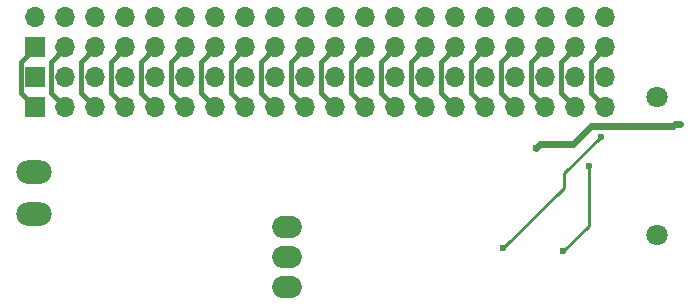
<source format=gbr>
G04 #@! TF.FileFunction,Copper,L2,Bot,Signal*
%FSLAX46Y46*%
G04 Gerber Fmt 4.6, Leading zero omitted, Abs format (unit mm)*
G04 Created by KiCad (PCBNEW 4.0.1-stable) date 2017-01-07 21:59:04*
%MOMM*%
G01*
G04 APERTURE LIST*
%ADD10C,0.100000*%
%ADD11O,2.500000X1.900000*%
%ADD12O,3.000000X2.000000*%
%ADD13R,1.700000X1.700000*%
%ADD14O,1.700000X1.700000*%
%ADD15C,1.800000*%
%ADD16C,0.600000*%
%ADD17C,0.609600*%
%ADD18C,0.406400*%
%ADD19C,0.250000*%
%ADD20C,0.254000*%
G04 APERTURE END LIST*
D10*
D11*
X-42792920Y34903640D03*
X-42792920Y37443640D03*
X-42792920Y39983640D03*
D12*
X-64213800Y41139400D03*
X-64213800Y44639400D03*
D13*
X-64130000Y50150000D03*
D14*
X-61590000Y50150000D03*
X-59050000Y50150000D03*
X-56510000Y50150000D03*
X-53970000Y50150000D03*
X-51430000Y50150000D03*
X-48890000Y50150000D03*
X-46350000Y50150000D03*
X-43810000Y50150000D03*
X-41270000Y50150000D03*
X-38730000Y50150000D03*
X-36190000Y50150000D03*
X-33650000Y50150000D03*
X-31110000Y50150000D03*
X-28570000Y50150000D03*
X-26030000Y50150000D03*
X-23490000Y50150000D03*
X-20950000Y50150000D03*
X-18410000Y50150000D03*
X-15870000Y50150000D03*
D13*
X-64130000Y55230000D03*
D14*
X-64130000Y57770000D03*
X-61590000Y55230000D03*
X-61590000Y57770000D03*
X-59050000Y55230000D03*
X-59050000Y57770000D03*
X-56510000Y55230000D03*
X-56510000Y57770000D03*
X-53970000Y55230000D03*
X-53970000Y57770000D03*
X-51430000Y55230000D03*
X-51430000Y57770000D03*
X-48890000Y55230000D03*
X-48890000Y57770000D03*
X-46350000Y55230000D03*
X-46350000Y57770000D03*
X-43810000Y55230000D03*
X-43810000Y57770000D03*
X-41270000Y55230000D03*
X-41270000Y57770000D03*
X-38730000Y55230000D03*
X-38730000Y57770000D03*
X-36190000Y55230000D03*
X-36190000Y57770000D03*
X-33650000Y55230000D03*
X-33650000Y57770000D03*
X-31110000Y55230000D03*
X-31110000Y57770000D03*
X-28570000Y55230000D03*
X-28570000Y57770000D03*
X-26030000Y55230000D03*
X-26030000Y57770000D03*
X-23490000Y55230000D03*
X-23490000Y57770000D03*
X-20950000Y55230000D03*
X-20950000Y57770000D03*
X-18410000Y55230000D03*
X-18410000Y57770000D03*
X-15870000Y55230000D03*
X-15870000Y57770000D03*
D15*
X-11469640Y51042900D03*
X-11469640Y39307900D03*
D13*
X-64130000Y52690000D03*
D14*
X-61590000Y52690000D03*
X-59050000Y52690000D03*
X-56510000Y52690000D03*
X-53970000Y52690000D03*
X-51430000Y52690000D03*
X-48890000Y52690000D03*
X-46350000Y52690000D03*
X-43810000Y52690000D03*
X-41270000Y52690000D03*
X-38730000Y52690000D03*
X-36190000Y52690000D03*
X-33650000Y52690000D03*
X-31110000Y52690000D03*
X-28570000Y52690000D03*
X-26030000Y52690000D03*
X-23490000Y52690000D03*
X-20950000Y52690000D03*
X-18410000Y52690000D03*
X-15870000Y52690000D03*
D16*
X-21736320Y46745120D03*
X-9590040Y48741560D03*
X-19485880Y37951640D03*
X-17281160Y45175400D03*
X-16265160Y47684920D03*
X-24504920Y38210720D03*
D17*
X-21736320Y46745120D02*
X-21436321Y47045119D01*
X-21436321Y47045119D02*
X-18586441Y47045119D01*
X-18586441Y47045119D02*
X-17047480Y48584080D01*
X-10171784Y48584080D02*
X-17047480Y48584080D01*
X-9590040Y48741560D02*
X-10014304Y48741560D01*
X-10014304Y48741560D02*
X-10171784Y48584080D01*
D18*
X-64130000Y55230000D02*
X-65383201Y53976799D01*
X-65383201Y53976799D02*
X-65383201Y51403201D01*
X-65383201Y51403201D02*
X-64130000Y50150000D01*
X-43810000Y55230000D02*
X-45063201Y53976799D01*
X-45063201Y53976799D02*
X-45063201Y51403201D01*
X-45063201Y51403201D02*
X-44659999Y50999999D01*
X-44659999Y50999999D02*
X-43810000Y50150000D01*
X-61590000Y55230000D02*
X-62843201Y53976799D01*
X-62843201Y53976799D02*
X-62843201Y51403201D01*
X-62843201Y51403201D02*
X-62439999Y50999999D01*
X-62439999Y50999999D02*
X-61590000Y50150000D01*
X-59050000Y55230000D02*
X-60303201Y53976799D01*
X-60303201Y53976799D02*
X-60303201Y51403201D01*
X-59899999Y50999999D02*
X-59050000Y50150000D01*
X-60303201Y51403201D02*
X-59899999Y50999999D01*
X-56510000Y55230000D02*
X-57763201Y53976799D01*
X-57763201Y53976799D02*
X-57763201Y51403201D01*
X-57763201Y51403201D02*
X-57359999Y50999999D01*
X-57359999Y50999999D02*
X-56510000Y50150000D01*
X-53970000Y55230000D02*
X-55223201Y53976799D01*
X-55223201Y53976799D02*
X-55223201Y51403201D01*
X-55223201Y51403201D02*
X-54819999Y50999999D01*
X-54819999Y50999999D02*
X-53970000Y50150000D01*
X-33650000Y55230000D02*
X-34903201Y53976799D01*
X-34499999Y50999999D02*
X-33650000Y50150000D01*
X-34903201Y53976799D02*
X-34903201Y51403201D01*
X-34903201Y51403201D02*
X-34499999Y50999999D01*
X-15870000Y55230000D02*
X-17123201Y53976799D01*
X-16719999Y50999999D02*
X-15870000Y50150000D01*
X-17123201Y53976799D02*
X-17123201Y51403201D01*
X-17123201Y51403201D02*
X-16719999Y50999999D01*
X-51430000Y55230000D02*
X-52683201Y53976799D01*
X-52683201Y53976799D02*
X-52683201Y51403201D01*
X-52683201Y51403201D02*
X-52279999Y50999999D01*
X-52279999Y50999999D02*
X-51430000Y50150000D01*
X-48890000Y55230000D02*
X-50143201Y53976799D01*
X-50143201Y53976799D02*
X-50143201Y51403201D01*
X-50143201Y51403201D02*
X-49739999Y50999999D01*
X-49739999Y50999999D02*
X-48890000Y50150000D01*
X-46350000Y55230000D02*
X-47603201Y53976799D01*
X-47603201Y53976799D02*
X-47603201Y51403201D01*
X-47603201Y51403201D02*
X-47199999Y50999999D01*
X-47199999Y50999999D02*
X-46350000Y50150000D01*
X-41270000Y55230000D02*
X-42523201Y53976799D01*
X-42523201Y53976799D02*
X-42523201Y51403201D01*
X-42523201Y51403201D02*
X-42119999Y50999999D01*
X-42119999Y50999999D02*
X-41270000Y50150000D01*
X-38730000Y55230000D02*
X-39983201Y53976799D01*
X-39983201Y53976799D02*
X-39983201Y51403201D01*
X-39983201Y51403201D02*
X-39579999Y50999999D01*
X-39579999Y50999999D02*
X-38730000Y50150000D01*
X-36190000Y55230000D02*
X-37443201Y53976799D01*
X-37443201Y53976799D02*
X-37443201Y51403201D01*
X-37443201Y51403201D02*
X-37039999Y50999999D01*
X-37039999Y50999999D02*
X-36190000Y50150000D01*
X-31110000Y55230000D02*
X-32363201Y53976799D01*
X-31959999Y50999999D02*
X-31110000Y50150000D01*
X-32363201Y53976799D02*
X-32363201Y51403201D01*
X-32363201Y51403201D02*
X-31959999Y50999999D01*
X-28570000Y55230000D02*
X-29823201Y53976799D01*
X-29823201Y53976799D02*
X-29823201Y51403201D01*
X-29823201Y51403201D02*
X-29419999Y50999999D01*
X-29419999Y50999999D02*
X-28570000Y50150000D01*
X-26030000Y55230000D02*
X-27283201Y53976799D01*
X-27283201Y53976799D02*
X-27283201Y51403201D01*
X-27283201Y51403201D02*
X-26879999Y50999999D01*
X-26879999Y50999999D02*
X-26030000Y50150000D01*
X-23490000Y55230000D02*
X-24743201Y53976799D01*
X-24743201Y53976799D02*
X-24743201Y51403201D01*
X-24743201Y51403201D02*
X-24339999Y50999999D01*
X-24339999Y50999999D02*
X-23490000Y50150000D01*
X-20950000Y55230000D02*
X-22203201Y53976799D01*
X-22203201Y53976799D02*
X-22203201Y51403201D01*
X-22203201Y51403201D02*
X-21799999Y50999999D01*
X-21799999Y50999999D02*
X-20950000Y50150000D01*
X-18410000Y55230000D02*
X-19663201Y53976799D01*
X-19663201Y53976799D02*
X-19663201Y51403201D01*
X-19663201Y51403201D02*
X-19259999Y50999999D01*
X-19259999Y50999999D02*
X-18410000Y50150000D01*
D19*
X-17281160Y40141120D02*
X-19470640Y37951640D01*
X-19470640Y37951640D02*
X-19485880Y37951640D01*
X-17281160Y45175400D02*
X-17281160Y40141120D01*
D20*
X-19348720Y43366920D02*
X-19348720Y44601360D01*
X-19348720Y44601360D02*
X-16265160Y47684920D01*
X-24504920Y38210720D02*
X-19348720Y43366920D01*
M02*

</source>
